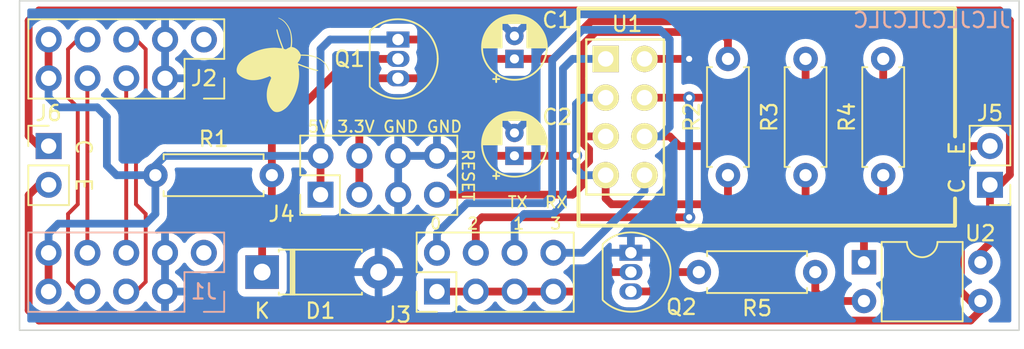
<source format=kicad_pcb>
(kicad_pcb (version 20211014) (generator pcbnew)
  (layers (0 "F.Cu" signal) (31 "B.Cu" signal) (34 "B.Paste" user) (35 "F.Paste" user) (36 "B.SilkS" user "B.Silkscreen") (37 "F.SilkS" user "F.Silkscreen") (38 "B.Mask" user) (39 "F.Mask" user) (44 "Edge.Cuts" user))
  (net 0 "")
  (net 1 "+5V")
  (net 2 "GND")
  (net 3 "+3V3")
  (net 4 "Net-(D1-Pad1)")
  (net 5 "D2+")
  (net 6 "D1+")
  (net 8 "0")
  (net 9 "PW")
  (net 10 "2")
  (net 11 "TX")
  (net 12 "RX")
  (net 13 "RST")
  (net 14 "Net-(J5-Pad1)")
  (net 15 "Net-(J5-Pad2)")
  (net 16 "Net-(Q2-Pad3)")
  (net 17 "Net-(R5-Pad1)")
  (net 19 "D2-")
  (net 20 "D1-")
  (footprint "Capacitor_THT:CP_Radial_D4.0mm_P1.50mm" (layer "F.Cu") (at 203.2 83.82 90)
    (fp_text reference "C2" (at 2.54 2.794 180) (layer "F.SilkS"))
    (fp_text value "10u")
    (pad "1" thru_hole rect (at 0 0 90) (size 1.2 1.2) (drill 0.6) (layers *.Cu *.Mask) (net 3 "+3V3"))
    (pad "2" thru_hole circle (at 1.5 0 90) (size 1.2 1.2) (drill 0.6) (layers *.Cu *.Mask) (net 2 "GND"))
  )
  (footprint "Connector_PinHeader_2.54mm:PinHeader_1x02_P2.54mm_Vertical" (layer "F.Cu") (at 234.315 85.72 180)
    (fp_text reference "J5" (at 0 4.694) (layer "F.SilkS"))
    (fp_text value "Out 1")
    (pad "1" thru_hole rect (at 0 0 180) (size 1.7 1.7) (drill 1) (layers *.Cu *.Mask) (net 14 "Net-(J5-Pad1)"))
    (pad "2" thru_hole oval (at 0 2.54 180) (size 1.7 1.7) (drill 1) (layers *.Cu *.Mask) (net 15 "Net-(J5-Pad2)"))
  )
  (footprint "Capacitor_THT:CP_Radial_D4.0mm_P1.50mm" (layer "F.Cu") (at 203.2 77.47 90)
    (fp_text reference "C1" (at 2.54 2.794 180) (layer "F.SilkS"))
    (fp_text value "10u")
    (pad "1" thru_hole rect (at 0 0 90) (size 1.2 1.2) (drill 0.6) (layers *.Cu *.Mask) (net 1 "+5V"))
    (pad "2" thru_hole circle (at 1.5 0 90) (size 1.2 1.2) (drill 0.6) (layers *.Cu *.Mask) (net 2 "GND"))
  )
  (footprint "Connector_PinHeader_2.54mm:PinHeader_1x02_P2.54mm_Vertical" (layer "F.Cu") (at 172.72 83.18)
    (fp_text reference "J6" (at 0 -2.154) (layer "F.SilkS"))
    (fp_text value "Out 2")
    (pad "1" thru_hole rect (at 0 0) (size 1.7 1.7) (drill 1) (layers *.Cu *.Mask) (net 14 "Net-(J5-Pad1)"))
    (pad "2" thru_hole oval (at 0 2.54) (size 1.7 1.7) (drill 1) (layers *.Cu *.Mask) (net 15 "Net-(J5-Pad2)"))
  )
  (footprint "Resistor_THT:R_Axial_DIN0207_L6.3mm_D2.5mm_P7.62mm_Horizontal" (layer "F.Cu") (at 222.25 85.09 90)
    (fp_text reference "R3" (at 3.81 -2.37 90) (layer "F.SilkS"))
    (fp_text value "10k")
    (pad "1" thru_hole circle (at 0 0 90) (size 1.6 1.6) (drill 0.8) (layers *.Cu *.Mask) (net 3 "+3V3"))
    (pad "2" thru_hole oval (at 7.62 0 90) (size 1.6 1.6) (drill 0.8) (layers *.Cu *.Mask) (net 10 "2"))
  )
  (footprint "Package_DIP:DIP-4_W7.62mm" (layer "F.Cu") (at 226.07 90.795)
    (fp_text reference "U2" (at 7.61 -1.895) (layer "F.SilkS"))
    (fp_text value "PS2561")
    (pad "1" thru_hole rect (at 0 0) (size 1.6 1.6) (drill 0.8) (layers *.Cu *.Mask) (net 1 "+5V"))
    (pad "2" thru_hole oval (at 0 2.54) (size 1.6 1.6) (drill 0.8) (layers *.Cu *.Mask) (net 17 "Net-(R5-Pad1)"))
    (pad "3" thru_hole oval (at 7.62 2.54) (size 1.6 1.6) (drill 0.8) (layers *.Cu *.Mask) (net 15 "Net-(J5-Pad2)"))
    (pad "4" thru_hole oval (at 7.62 0) (size 1.6 1.6) (drill 0.8) (layers *.Cu *.Mask) (net 14 "Net-(J5-Pad1)"))
  )
  (footprint "Connector_PinHeader_2.54mm:PinHeader_2x04_P2.54mm_Vertical" (layer "F.Cu") (at 198.13 92.715 90)
    (fp_text reference "J3" (at -1.519 -2.55 180) (layer "F.SilkS"))
    (fp_text value "Pin selector")
    (pad "1" thru_hole rect (at 0 0 90) (size 1.7 1.7) (drill 1) (layers *.Cu *.Mask) (net 9 "PW"))
    (pad "2" thru_hole oval (at 2.54 0 90) (size 1.7 1.7) (drill 1) (layers *.Cu *.Mask) (net 8 "0"))
    (pad "3" thru_hole oval (at 0 2.54 90) (size 1.7 1.7) (drill 1) (layers *.Cu *.Mask) (net 9 "PW"))
    (pad "4" thru_hole oval (at 2.54 2.54 90) (size 1.7 1.7) (drill 1) (layers *.Cu *.Mask) (net 10 "2"))
    (pad "5" thru_hole oval (at 0 5.08 90) (size 1.7 1.7) (drill 1) (layers *.Cu *.Mask) (net 9 "PW"))
    (pad "6" thru_hole oval (at 2.54 5.08 90) (size 1.7 1.7) (drill 1) (layers *.Cu *.Mask) (net 11 "TX"))
    (pad "7" thru_hole oval (at 0 7.62 90) (size 1.7 1.7) (drill 1) (layers *.Cu *.Mask) (net 9 "PW"))
    (pad "8" thru_hole oval (at 2.54 7.62 90) (size 1.7 1.7) (drill 1) (layers *.Cu *.Mask) (net 12 "RX"))
  )
  (footprint "Resistor_THT:R_Axial_DIN0207_L6.3mm_D2.5mm_P7.62mm_Horizontal" (layer "F.Cu") (at 179.705 85.09)
    (fp_text reference "R1" (at 3.81 -2.37) (layer "F.SilkS"))
    (fp_text value "47")
    (pad "1" thru_hole circle (at 0 0) (size 1.6 1.6) (drill 0.8) (layers *.Cu *.Mask) (net 1 "+5V"))
    (pad "2" thru_hole oval (at 7.62 0) (size 1.6 1.6) (drill 0.8) (layers *.Cu *.Mask) (net 4 "Net-(D1-Pad1)"))
  )
  (footprint "Resistor_THT:R_Axial_DIN0207_L6.3mm_D2.5mm_P7.62mm_Horizontal" (layer "F.Cu") (at 217.17 85.09 90)
    (fp_text reference "R2" (at 3.81 -2.37 90) (layer "F.SilkS"))
    (fp_text value "10k")
    (pad "1" thru_hole circle (at 0 0 90) (size 1.6 1.6) (drill 0.8) (layers *.Cu *.Mask) (net 3 "+3V3"))
    (pad "2" thru_hole oval (at 7.62 0 90) (size 1.6 1.6) (drill 0.8) (layers *.Cu *.Mask) (net 13 "RST"))
  )
  (footprint "Resistor_THT:R_Axial_DIN0207_L6.3mm_D2.5mm_P7.62mm_Horizontal" (layer "F.Cu") (at 227.33 85.09 90)
    (fp_text reference "R4" (at 3.81 -2.37 90) (layer "F.SilkS"))
    (fp_text value "10k")
    (pad "1" thru_hole circle (at 0 0 90) (size 1.6 1.6) (drill 0.8) (layers *.Cu *.Mask) (net 3 "+3V3"))
    (pad "2" thru_hole oval (at 7.62 0 90) (size 1.6 1.6) (drill 0.8) (layers *.Cu *.Mask) (net 8 "0"))
  )
  (footprint "kicad-ESP8266:ESP-01" (layer "F.Cu") (at 209.169 77.47)
    (fp_text reference "U1" (at 1.397 -2.286) (layer "F.SilkS"))
    (fp_text value "ESP-01")
    (pad "1" thru_hole rect (at 0 0) (size 1.7272 1.7272) (drill 1.016) (layers *.Cu *.Mask "F.SilkS") (net 11 "TX"))
    (pad "2" thru_hole oval (at 2.54 0) (size 1.7272 1.7272) (drill 1.016) (layers *.Cu *.Mask "F.SilkS") (net 2 "GND"))
    (pad "3" thru_hole oval (at 0 2.54) (size 1.7272 1.7272) (drill 1.016) (layers *.Cu *.Mask "F.SilkS") (net 3 "+3V3"))
    (pad "4" thru_hole oval (at 2.54 2.54) (size 1.7272 1.7272) (drill 1.016) (layers *.Cu *.Mask "F.SilkS") (net 10 "2"))
    (pad "5" thru_hole oval (at 0 5.08) (size 1.7272 1.7272) (drill 1.016) (layers *.Cu *.Mask "F.SilkS") (net 13 "RST"))
    (pad "6" thru_hole oval (at 2.54 5.08) (size 1.7272 1.7272) (drill 1.016) (layers *.Cu *.Mask "F.SilkS") (net 8 "0"))
    (pad "7" thru_hole oval (at 0 7.62) (size 1.7272 1.7272) (drill 1.016) (layers *.Cu *.Mask "F.SilkS") (net 3 "+3V3"))
    (pad "8" thru_hole oval (at 2.54 7.62) (size 1.7272 1.7272) (drill 1.016) (layers *.Cu *.Mask "F.SilkS") (net 12 "RX"))
  )
  (footprint "Diode_THT:D_DO-41_SOD81_P7.62mm_Horizontal" (layer "F.Cu") (at 186.69 91.44)
    (fp_text reference "D1" (at 3.81 2.54) (layer "F.SilkS"))
    (fp_text value "3.9V")
    (fp_text user "K" (at 0 2.54) (layer "F.SilkS"))
    (pad "1" thru_hole rect (at 0 0) (size 2.2 2.2) (drill 1.1) (layers *.Cu *.Mask) (net 4 "Net-(D1-Pad1)"))
    (pad "2" thru_hole oval (at 7.62 0) (size 2.2 2.2) (drill 1.1) (layers *.Cu *.Mask) (net 2 "GND"))
  )
  (footprint "Resistor_THT:R_Axial_DIN0207_L6.3mm_D2.5mm_P7.62mm_Horizontal" (layer "F.Cu") (at 222.885 91.44 180)
    (fp_text reference "R5" (at 3.81 -2.37) (layer "F.SilkS"))
    (fp_text value "R")
    (pad "1" thru_hole circle (at 0 0 180) (size 1.6 1.6) (drill 0.8) (layers *.Cu *.Mask) (net 17 "Net-(R5-Pad1)"))
    (pad "2" thru_hole oval (at 7.62 0 180) (size 1.6 1.6) (drill 0.8) (layers *.Cu *.Mask) (net 16 "Net-(Q2-Pad3)"))
  )
  (footprint "Connector_PinHeader_2.54mm:PinHeader_2x04_P2.54mm_Vertical" (layer "F.Cu") (at 190.51 86.365 90)
    (fp_text reference "J4" (at -1.265 -2.55 180) (layer "F.SilkS"))
    (fp_text value "Power")
    (pad "1" thru_hole rect (at 0 0 90) (size 1.7 1.7) (drill 1) (layers *.Cu *.Mask) (net 1 "+5V"))
    (pad "2" thru_hole oval (at 2.54 0 90) (size 1.7 1.7) (drill 1) (layers *.Cu *.Mask) (net 1 "+5V"))
    (pad "3" thru_hole oval (at 0 2.54 90) (size 1.7 1.7) (drill 1) (layers *.Cu *.Mask) (net 3 "+3V3"))
    (pad "4" thru_hole oval (at 2.54 2.54 90) (size 1.7 1.7) (drill 1) (layers *.Cu *.Mask) (net 3 "+3V3"))
    (pad "5" thru_hole oval (at 0 5.08 90) (size 1.7 1.7) (drill 1) (layers *.Cu *.Mask) (net 2 "GND"))
    (pad "6" thru_hole oval (at 2.54 5.08 90) (size 1.7 1.7) (drill 1) (layers *.Cu *.Mask) (net 2 "GND"))
    (pad "7" thru_hole oval (at 0 7.62 90) (size 1.7 1.7) (drill 1) (layers *.Cu *.Mask) (net 13 "RST"))
    (pad "8" thru_hole oval (at 2.54 7.62 90) (size 1.7 1.7) (drill 1) (layers *.Cu *.Mask) (net 2 "GND"))
  )
  (footprint "Package_TO_SOT_THT:TO-92_Inline" (layer "F.Cu") (at 210.82 90.17 -90)
    (fp_text reference "Q2" (at 3.556 -3.302 180) (layer "F.SilkS"))
    (fp_text value "2N7000")
    (pad "1" thru_hole rect (at 0 0 270) (size 1.05 1.5) (drill 0.75) (layers *.Cu *.Mask) (net 2 "GND"))
    (pad "2" thru_hole oval (at 1.27 0 270) (size 1.05 1.5) (drill 0.75) (layers *.Cu *.Mask) (net 9 "PW"))
    (pad "3" thru_hole oval (at 2.54 0 270) (size 1.05 1.5) (drill 0.75) (layers *.Cu *.Mask) (net 16 "Net-(Q2-Pad3)"))
  )
  (footprint "Connector_PinHeader_2.54mm:PinHeader_2x05_P2.54mm_Vertical" (layer "F.Cu") (at 182.88 76.2 -90)
    (fp_text reference "J2" (at 2.54 -0.005) (layer "F.SilkS"))
    (fp_text value "JUSB")
    (pad "2" thru_hole oval (at 0 0 270) (size 1.7 1.7) (drill 1) (layers *.Cu *.Mask))
    (pad "3" thru_hole oval (at 2.54 2.54 270) (size 1.7 1.7) (drill 1) (layers *.Cu *.Mask) (net 2 "GND"))
    (pad "4" thru_hole oval (at 0 2.54 270) (size 1.7 1.7) (drill 1) (layers *.Cu *.Mask) (net 2 "GND"))
    (pad "5" thru_hole oval (at 2.54 5.08 270) (size 1.7 1.7) (drill 1) (layers *.Cu *.Mask) (net 6 "D1+"))
    (pad "6" thru_hole oval (at 0 5.08 270) (size 1.7 1.7) (drill 1) (layers *.Cu *.Mask) (net 5 "D2+"))
    (pad "7" thru_hole oval (at 2.54 7.62 270) (size 1.7 1.7) (drill 1) (layers *.Cu *.Mask) (net 20 "D1-"))
    (pad "8" thru_hole oval (at 0 7.62 270) (size 1.7 1.7) (drill 1) (layers *.Cu *.Mask) (net 19 "D2-"))
    (pad "9" thru_hole oval (at 2.54 10.16 270) (size 1.7 1.7) (drill 1) (layers *.Cu *.Mask) (net 1 "+5V"))
    (pad "10" thru_hole oval (at 0 10.16 270) (size 1.7 1.7) (drill 1) (layers *.Cu *.Mask) (net 1 "+5V"))
  )
  (footprint "Package_TO_SOT_THT:TO-92_Inline" (layer "F.Cu") (at 195.58 76.2 -90)
    (fp_text reference "Q1" (at 1.27 3.175 180) (layer "F.SilkS"))
    (fp_text value "BC337")
    (pad "1" thru_hole rect (at 0 0 270) (size 1.05 1.5) (drill 0.75) (layers *.Cu *.Mask) (net 1 "+5V"))
    (pad "2" thru_hole oval (at 1.27 0 270) (size 1.05 1.5) (drill 0.75) (layers *.Cu *.Mask) (net 4 "Net-(D1-Pad1)"))
    (pad "3" thru_hole oval (at 2.54 0 270) (size 1.05 1.5) (drill 0.75) (layers *.Cu *.Mask) (net 3 "+3V3"))
  )
  (footprint "Connector_PinHeader_2.54mm:PinHeader_2x05_P2.54mm_Vertical" (layer "B.Cu") (at 182.875 92.715 90)
    (fp_text reference "J1" (at 0 0.005) (layer "B.SilkS") (effects (justify mirror)))
    (fp_text value "JUSB")
    (pad "2" thru_hole oval (at 2.54 0 90) (size 1.7 1.7) (drill 1) (layers *.Cu *.Mask))
    (pad "3" thru_hole oval (at 0 -2.54 90) (size 1.7 1.7) (drill 1) (layers *.Cu *.Mask) (net 2 "GND"))
    (pad "4" thru_hole oval (at 2.54 -2.54 90) (size 1.7 1.7) (drill 1) (layers *.Cu *.Mask) (net 2 "GND"))
    (pad "5" thru_hole oval (at 0 -5.08 90) (size 1.7 1.7) (drill 1) (layers *.Cu *.Mask) (net 5 "D2+"))
    (pad "6" thru_hole oval (at 2.54 -5.08 90) (size 1.7 1.7) (drill 1) (layers *.Cu *.Mask) (net 6 "D1+"))
    (pad "7" thru_hole oval (at 0 -7.62 90) (size 1.7 1.7) (drill 1) (layers *.Cu *.Mask) (net 19 "D2-"))
    (pad "8" thru_hole oval (at 2.54 -7.62 90) (size 1.7 1.7) (drill 1) (layers *.Cu *.Mask) (net 20 "D1-"))
    (pad "9" thru_hole oval (at 0 -10.16 90) (size 1.7 1.7) (drill 1) (layers *.Cu *.Mask) (net 1 "+5V"))
    (pad "10" thru_hole oval (at 2.54 -10.16 90) (size 1.7 1.7) (drill 1) (layers *.Cu *.Mask) (net 1 "+5V"))
  )
  (gr_poly (pts (xy 187.741949 74.787037) (xy 187.742919 74.789483) (xy 187.743418 74.790624) (xy 187.743952 74.791725) (xy 187.744544 74.792798) (xy 187.745212 74.793855) (xy 187.745978 74.794907) (xy 187.746861 74.795966) (xy 187.747882 74.797044) (xy 187.749062 74.798152) (xy 187.75042 74.799302) (xy 187.751977 74.800506) (xy 187.753753 74.801774) (xy 187.75577 74.803119) (xy 187.758046 74.804553) (xy 187.760603 74.806087) (xy 187.76346 74.807732) (xy 187.766639 74.8095) (xy 187.770159 74.811404) (xy 187.774041 74.813454) (xy 187.778305 74.815662) (xy 187.782971 74.818039) (xy 187.793593 74.823351) (xy 187.806069 74.82948) (xy 187.820562 74.836522) (xy 187.856249 74.853712) (xy 187.884601 74.868193) (xy 187.912688 74.883835) (xy 187.96798 74.918483) (xy 188.021949 74.957419) (xy 188.074415 75.000407) (xy 188.125201 75.047208) (xy 188.174128 75.097585) (xy 188.221018 75.151302) (xy 188.265692 75.208121) (xy 188.307973 75.267805) (xy 188.347682 75.330117) (xy 188.384641 75.394819) (xy 188.418671 75.461675) (xy 188.449594 75.530446) (xy 188.477233 75.600897) (xy 188.501408 75.672789) (xy 188.521941 75.745886) (xy 188.531265 75.78523) (xy 188.53978 75.827271) (xy 188.54747 75.87173) (xy 188.55432 75.918329) (xy 188.565436 76.016828) (xy 188.573006 76.120537) (xy 188.576904 76.227222) (xy 188.577008 76.334651) (xy 188.573192 76.440592) (xy 188.569776 76.492306) (xy 188.565333 76.542812) (xy 188.56063 76.588566) (xy 188.558168 76.607657) (xy 188.555494 76.624485) (xy 188.552503 76.639249) (xy 188.549092 76.652145) (xy 188.545157 76.663369) (xy 188.540594 76.673119) (xy 188.538045 76.677503) (xy 188.5353 76.681592) (xy 188.532346 76.68541) (xy 188.52917 76.688984) (xy 188.525759 76.692336) (xy 188.5221 76.695492) (xy 188.513987 76.701314) (xy 188.504727 76.706645) (xy 188.494216 76.711684) (xy 188.482349 76.716627) (xy 188.469024 76.72167) (xy 188.45503 76.727278) (xy 188.438829 76.734386) (xy 188.42099 76.74271) (xy 188.402085 76.751965) (xy 188.382683 76.761864) (xy 188.363356 76.772123) (xy 188.344674 76.782456) (xy 188.327208 76.792578) (xy 188.246774 76.840203) (xy 188.177983 76.827503) (xy 188.164032 76.825218) (xy 188.152099 76.823506) (xy 188.141822 76.82175) (xy 188.137191 76.820663) (xy 188.132838 76.819334) (xy 188.128718 76.817686) (xy 188.124784 76.815641) (xy 188.120993 76.813122) (xy 188.117298 76.810053) (xy 188.113654 76.806356) (xy 188.110016 76.801954) (xy 188.106339 76.79677) (xy 188.102577 76.790726) (xy 188.098684 76.783746) (xy 188.094616 76.775753) (xy 188.090327 76.766669) (xy 188.085771 76.756417) (xy 188.080904 76.744921) (xy 188.07568 76.732102) (xy 188.06398 76.70219) (xy 188.050308 76.666065) (xy 188.034302 76.623109) (xy 187.993833 76.514237) (xy 187.95036 76.397774) (xy 187.910373 76.287191) (xy 187.873784 76.182313) (xy 187.840507 76.082966) (xy 187.810454 75.988977) (xy 187.783539 75.900172) (xy 187.759674 75.816377) (xy 187.738774 75.73742) (xy 187.722066 75.670509) (xy 187.708695 75.61925) (xy 187.697828 75.581634) (xy 187.693075 75.567314) (xy 187.688636 75.555651) (xy 187.684408 75.546394) (xy 187.680287 75.539293) (xy 187.676169 75.534094) (xy 187.671951 75.530549) (xy 187.667527 75.528405) (xy 187.662796 75.527411) (xy 187.657652 75.527317) (xy 187.651991 75.52787) (xy 187.648069 75.528655) (xy 187.644441 75.529833) (xy 187.641108 75.531424) (xy 187.638074 75.533451) (xy 187.635339 75.535933) (xy 187.632906 75.538893) (xy 187.630778 75.542349) (xy 187.628956 75.546325) (xy 187.627442 75.550839) (xy 187.626239 75.555915) (xy 187.625349 75.561571) (xy 187.624774 75.56783) (xy 187.624516 75.574712) (xy 187.624577 75.582239) (xy 187.624959 75.59043) (xy 187.625665 75.599307) (xy 187.626696 75.608892) (xy 187.628055 75.619204) (xy 187.629744 75.630265) (xy 187.631765 75.642095) (xy 187.63412 75.654717) (xy 187.636811 75.66815) (xy 187.64321 75.697534) (xy 187.65098 75.730416) (xy 187.660137 75.766962) (xy 187.670699 75.807341) (xy 187.682683 75.85172) (xy 187.706586 75.937908) (xy 187.730639 76.020127) (xy 187.755981 76.101751) (xy 187.783754 76.186153) (xy 187.815099 76.276707) (xy 187.851156 76.376786) (xy 187.893068 76.489763) (xy 187.941974 76.619012) (xy 187.953008 76.648176) (xy 187.962976 76.675715) (xy 187.971703 76.700997) (xy 187.979016 76.72339) (xy 187.984742 76.74226) (xy 187.988706 76.756975) (xy 187.990736 76.766903) (xy 187.990971 76.769874) (xy 187.990658 76.771411) (xy 187.990055 76.771684) (xy 187.989047 76.771908) (xy 187.985858 76.772212) (xy 187.981175 76.772325) (xy 187.975081 76.772255) (xy 187.958995 76.771579) (xy 187.93827 76.770221) (xy 187.913577 76.768218) (xy 187.885585 76.765607) (xy 187.854964 76.762426) (xy 187.822383 76.758712) (xy 187.725889 76.748848) (xy 187.628582 76.742264) (xy 187.530589 76.738938) (xy 187.43204 76.738851) (xy 187.333062 76.741983) (xy 187.233786 76.748312) (xy 187.134339 76.75782) (xy 187.03485 76.770486) (xy 186.935448 76.786289) (xy 186.836262 76.80521) (xy 186.73742 76.827229) (xy 186.63905 76.852324) (xy 186.541282 76.880477) (xy 186.444245 76.911668) (xy 186.348066 76.945875) (xy 186.252874 76.983078) (xy 186.126505 77.037206) (xy 186.006595 77.093195) (xy 185.893206 77.150994) (xy 185.786397 77.210554) (xy 185.686231 77.271826) (xy 185.592766 77.334759) (xy 185.506063 77.399305) (xy 185.426184 77.465414) (xy 185.353187 77.533035) (xy 185.287135 77.602121) (xy 185.228087 77.67262) (xy 185.176103 77.744483) (xy 185.131244 77.817661) (xy 185.093571 77.892104) (xy 185.063145 77.967762) (xy 185.040024 78.044587) (xy 185.034517 78.068075) (xy 185.0299 78.091651) (xy 185.026169 78.115231) (xy 185.023323 78.138729) (xy 185.021356 78.162059) (xy 185.020267 78.185136) (xy 185.020053 78.207876) (xy 185.02071 78.230192) (xy 185.022235 78.252) (xy 185.024625 78.273214) (xy 185.027877 78.293748) (xy 185.031988 78.313519) (xy 185.036954 78.33244) (xy 185.042774 78.350426) (xy 185.049442 78.367393) (xy 185.056958 78.383253) (xy 185.066909 78.401431) (xy 185.078278 78.419631) (xy 185.091019 78.437828) (xy 185.105085 78.455995) (xy 185.120431 78.474106) (xy 185.137011 78.492133) (xy 185.154779 78.51005) (xy 185.173689 78.527832) (xy 185.21475 78.562879) (xy 185.259829 78.597063) (xy 185.308557 78.630172) (xy 185.360567 78.661992) (xy 185.415492 78.692311) (xy 185.472963 78.720917) (xy 185.532615 78.747598) (xy 185.594078 78.772141) (xy 185.656987 78.794334) (xy 185.720973 78.813964) (xy 185.785669 78.830819) (xy 185.850708 78.844687) (xy 185.891039 78.851523) (xy 185.933694 78.856963) (xy 185.978442 78.861023) (xy 186.025052 78.86372) (xy 186.073292 78.865072) (xy 186.122933 78.865095) (xy 186.173742 78.863806) (xy 186.22549 78.861223) (xy 186.277944 78.857363) (xy 186.330875 78.852242) (xy 186.38405 78.845878) (xy 186.437239 78.838287) (xy 186.490212 78.829487) (xy 186.542736 78.819496) (xy 186.594581 78.808328) (xy 186.645516 78.796003) (xy 186.69945 78.780916) (xy 186.763256 78.761227) (xy 186.832816 78.738388) (xy 186.904014 78.71385) (xy 186.972731 78.689064) (xy 187.034851 78.665481) (xy 187.086254 78.644552) (xy 187.122825 78.627729) (xy 187.134726 78.622005) (xy 187.145508 78.61716) (xy 187.155292 78.613229) (xy 187.159848 78.611618) (xy 187.164199 78.610249) (xy 187.168361 78.609127) (xy 187.172349 78.608255) (xy 187.176178 78.607639) (xy 187.179863 78.607283) (xy 187.183419 78.607191) (xy 187.186862 78.607368) (xy 187.190207 78.607818) (xy 187.193468 78.608546) (xy 187.196661 78.609556) (xy 187.199801 78.610853) (xy 187.202903 78.61244) (xy 187.205982 78.614323) (xy 187.209053 78.616507) (xy 187.212132 78.618994) (xy 187.215233 78.621791) (xy 187.218372 78.6249) (xy 187.221563 78.628328) (xy 187.224823 78.632078) (xy 187.231605 78.640562) (xy 187.23884 78.65039) (xy 187.246649 78.661595) (xy 187.285808 78.718745) (xy 187.207491 78.902895) (xy 187.177359 78.975) (xy 187.14964 79.045007) (xy 187.124294 79.113126) (xy 187.101277 79.179566) (xy 187.080549 79.244537) (xy 187.062067 79.308247) (xy 187.04579 79.370906) (xy 187.031675 79.432723) (xy 187.019682 79.493908) (xy 187.009767 79.554669) (xy 187.001889 79.615217) (xy 186.996006 79.675759) (xy 186.992077 79.736507) (xy 186.990059 79.797668) (xy 186.989911 79.859453) (xy 186.991591 79.92207) (xy 186.993779 79.966204) (xy 186.99679 80.008988) (xy 187.000653 80.050534) (xy 187.005399 80.090957) (xy 187.011056 80.130369) (xy 187.017655 80.168883) (xy 187.025223 80.206613) (xy 187.033792 80.243671) (xy 187.04339 80.280171) (xy 187.054047 80.316227) (xy 187.065792 80.35195) (xy 187.078655 80.387455) (xy 187.092666 80.422855) (xy 187.107853 80.458262) (xy 187.124246 80.493791) (xy 187.141874 80.529553) (xy 187.154904 80.554136) (xy 187.168918 80.578974) (xy 187.183809 80.603928) (xy 187.199471 80.628855) (xy 187.215796 80.653614) (xy 187.232678 80.678065) (xy 187.25001 80.702066) (xy 187.267684 80.725477) (xy 187.285594 80.748156) (xy 187.303632 80.769962) (xy 187.321692 80.790755) (xy 187.339667 80.810392) (xy 187.35745 80.828733) (xy 187.374933 80.845638) (xy 187.39201 80.860964) (xy 187.408574 80.87457) (xy 187.420539 80.88363) (xy 187.432814 80.892157) (xy 187.445395 80.90015) (xy 187.458277 80.90761) (xy 187.484921 80.92093) (xy 187.512705 80.932117) (xy 187.541586 80.941171) (xy 187.571523 80.948091) (xy 187.602473 80.952878) (xy 187.634396 80.955533) (xy 187.667249 80.956053) (xy 187.700991 80.954441) (xy 187.735578 80.950695) (xy 187.770971 80.944817) (xy 187.807126 80.936805) (xy 187.844002 80.92666) (xy 187.881557 80.914381) (xy 187.919749 80.89997) (xy 187.939242 80.891518) (xy 187.959904 80.881714) (xy 187.981564 80.870669) (xy 188.004052 80.858497) (xy 188.027198 80.845307) (xy 188.05083 80.831211) (xy 188.098872 80.800751) (xy 188.146816 80.768009) (xy 188.193296 80.733878) (xy 188.21556 80.71657) (xy 188.236948 80.69925) (xy 188.257287 80.68203) (xy 188.276408 80.66502) (xy 188.304901 80.637738) (xy 188.333947 80.607992) (xy 188.363426 80.575949) (xy 188.393221 80.541774) (xy 188.423215 80.505633) (xy 188.45329 80.467693) (xy 188.483328 80.428118) (xy 188.51321 80.387075) (xy 188.542819 80.34473) (xy 188.572038 80.301249) (xy 188.600749 80.256797) (xy 188.628833 80.211541) (xy 188.656173 80.165646) (xy 188.682651 80.119278) (xy 188.708149 80.072603) (xy 188.732549 80.025787) (xy 188.79184 79.904066) (xy 188.84626 79.781132) (xy 188.895779 79.657184) (xy 188.940363 79.532422) (xy 188.97998 79.407046) (xy 189.014597 79.281256) (xy 189.044182 79.155252) (xy 189.068703 79.029234) (xy 189.088125 78.903402) (xy 189.102418 78.777956) (xy 189.111549 78.653096) (xy 189.115484 78.529022) (xy 189.114192 78.405934) (xy 189.10764 78.284032) (xy 189.095795 78.163517) (xy 189.078624 78.044587) (xy 189.07117 77.999025) (xy 189.065428 77.961871) (xy 189.061323 77.932407) (xy 189.058781 77.909914) (xy 189.057726 77.893671) (xy 189.057734 77.887669) (xy 189.058086 77.882959) (xy 189.058773 77.879453) (xy 189.059785 77.87706) (xy 189.061114 77.87569) (xy 189.062749 77.875253) (xy 189.066393 77.875843) (xy 189.072895 77.877585) (xy 189.094103 77.884382) (xy 189.125629 77.895345) (xy 189.166731 77.910178) (xy 189.274681 77.950263) (xy 189.411999 78.002253) (xy 189.543446 78.051156) (xy 189.676963 78.097801) (xy 189.808273 78.140924) (xy 189.933096 78.17926) (xy 190.047155 78.211543) (xy 190.146169 78.236509) (xy 190.22586 78.252892) (xy 190.257122 78.25747) (xy 190.281949 78.259428) (xy 190.299418 78.259916) (xy 190.307029 78.259921) (xy 190.313947 78.259759) (xy 190.320214 78.259423) (xy 190.325872 78.258907) (xy 190.330963 78.258206) (xy 190.335528 78.257312) (xy 190.339609 78.256219) (xy 190.343248 78.254922) (xy 190.346487 78.253414) (xy 190.349369 78.251689) (xy 190.351934 78.249741) (xy 190.354224 78.247563) (xy 190.356282 78.24515) (xy 190.35815 78.242495) (xy 190.359704 78.239762) (xy 190.360981 78.237115) (xy 190.361967 78.234546) (xy 190.362646 78.232048) (xy 190.363001 78.229614) (xy 190.363017 78.227235) (xy 190.362893 78.226065) (xy 190.362678 78.224906) (xy 190.362371 78.223757) (xy 190.36197 78.222618) (xy 190.361472 78.221487) (xy 190.360875 78.220364) (xy 190.360178 78.219248) (xy 190.359378 78.218137) (xy 190.357464 78.21593) (xy 190.355117 78.213734) (xy 190.352322 78.211543) (xy 190.349061 78.209349) (xy 190.345321 78.207145) (xy 190.341084 78.204924) (xy 190.336336 78.202678) (xy 190.331061 78.2004) (xy 190.325242 78.198082) (xy 190.318865 78.195718) (xy 190.311914 78.193299) (xy 190.304372 78.190818) (xy 190.296225 78.188269) (xy 190.287456 78.185643) (xy 190.27805 78.182933) (xy 190.267991 78.180132) (xy 190.245852 78.174228) (xy 190.220914 78.167872) (xy 190.193049 78.161003) (xy 190.087737 78.133474) (xy 189.974834 78.101108) (xy 189.855284 78.064228) (xy 189.730029 78.023155) (xy 189.600011 77.978213) (xy 189.466173 77.929724) (xy 189.329458 77.878011) (xy 189.190808 77.823395) (xy 189.155604 77.809217) (xy 189.122694 77.795498) (xy 189.092786 77.782598) (xy 189.066586 77.770875) (xy 189.044801 77.760691) (xy 189.028139 77.752404) (xy 189.017305 77.746374) (xy 189.014295 77.744319) (xy 189.013008 77.742962) (xy 189.012874 77.742296) (xy 189.012868 77.741492) (xy 189.012986 77.740553) (xy 189.013227 77.739485) (xy 189.014064 77.736976) (xy 189.015356 77.733999) (xy 189.017083 77.730588) (xy 189.019221 77.726777) (xy 189.021751 77.7226) (xy 189.024649 77.718091) (xy 189.027895 77.713284) (xy 189.031467 77.708214) (xy 189.035342 77.702915) (xy 189.039499 77.69742) (xy 189.043917 77.691764) (xy 189.048574 77.685981) (xy 189.053447 77.680105) (xy 189.058516 77.67417) (xy 189.071972 77.65717) (xy 189.085299 77.638832) (xy 189.098418 77.619327) (xy 189.111251 77.59883) (xy 189.123717 77.577514) (xy 189.135739 77.555554) (xy 189.147237 77.533122) (xy 189.158132 77.510393) (xy 189.168344 77.487539) (xy 189.177795 77.464736) (xy 189.186407 77.442155) (xy 189.194098 77.419971) (xy 189.200792 77.398358) (xy 189.206408 77.377489) (xy 189.210867 77.357538) (xy 189.214091 77.338678) (xy 189.225733 77.258245) (xy 189.443749 77.264595) (xy 189.581246 77.270802) (xy 189.707506 77.280916) (xy 189.766941 77.287543) (xy 189.824191 77.295272) (xy 189.879463 77.304145) (xy 189.932964 77.314204) (xy 189.984902 77.325491) (xy 190.035486 77.338048) (xy 190.084922 77.351916) (xy 190.133419 77.367138) (xy 190.181184 77.383754) (xy 190.228425 77.401808) (xy 190.27535 77.421341) (xy 190.322166 77.442395) (xy 190.379304 77.470759) (xy 190.435127 77.501773) (xy 190.489486 77.535287) (xy 190.542233 77.571148) (xy 190.593219 77.609204) (xy 190.642296 77.649303) (xy 190.689313 77.691294) (xy 190.734122 77.735024) (xy 190.776576 77.780342) (xy 190.816524 77.827095) (xy 190.853817 77.875132) (xy 190.888308 77.924301) (xy 190.919848 77.974449) (xy 190.948286 78.025425) (xy 190.973475 78.077077) (xy 190.995267 78.129253) (xy 191.003314 78.149663) (xy 191.011423 78.169305) (xy 191.019358 78.187706) (xy 191.026884 78.204395) (xy 191.033765 78.218902) (xy 191.039766 78.230754) (xy 191.04465 78.239481) (xy 191.0466 78.242526) (xy 191.048183 78.244612) (xy 191.050778 78.247252) (xy 191.053206 78.249424) (xy 191.055465 78.251136) (xy 191.057557 78.252398) (xy 191.05948 78.253219) (xy 191.061236 78.253609) (xy 191.06205 78.253644) (xy 191.062822 78.253575) (xy 191.063552 78.253403) (xy 191.06424 78.253128) (xy 191.064885 78.252752) (xy 191.065488 78.252276) (xy 191.066568 78.251028) (xy 191.067478 78.249395) (xy 191.068219 78.247383) (xy 191.06879 78.245004) (xy 191.06919 78.242266) (xy 191.069421 78.239177) (xy 191.069482 78.235748) (xy 191.069372 78.231987) (xy 191.069091 78.227903) (xy 191.068639 78.223506) (xy 191.068016 78.218804) (xy 191.067222 78.213807) (xy 191.066256 78.208524) (xy 191.065119 78.202964) (xy 191.06381 78.197135) (xy 191.062328 78.191048) (xy 191.060675 78.184711) (xy 191.058849 78.178133) (xy 191.05685 78.171324) (xy 191.052334 78.157047) (xy 191.047124 78.141953) (xy 191.019401 78.070461) (xy 190.987116 78.000922) (xy 190.950393 77.933454) (xy 190.909359 77.868176) (xy 190.864139 77.805204) (xy 190.81486 77.744657) (xy 190.761645 77.686652) (xy 190.704621 77.631307) (xy 190.643914 77.578741) (xy 190.579649 77.529071) (xy 190.511952 77.482414) (xy 190.440947 77.438889) (xy 190.366762 77.398614) (xy 190.289521 77.361705) (xy 190.20935 77.328282) (xy 190.126374 77.298462) (xy 190.082872 77.284493) (xy 190.0392 77.271548) (xy 189.995241 77.259608) (xy 189.950873 77.248654) (xy 189.905978 77.238667) (xy 189.860437 77.229629) (xy 189.81413 77.221521) (xy 189.766938 77.214324) (xy 189.718741 77.208021) (xy 189.66942 77.202592) (xy 189.618856 77.198018) (xy 189.566929 77.194282) (xy 189.45851 77.189247) (xy 189.343208 77.187337) (xy 189.216208 77.187337) (xy 189.177049 77.104787) (xy 189.159006 77.069203) (xy 189.13872 77.034379) (xy 189.116353 77.000453) (xy 189.092069 76.967567) (xy 189.066029 76.935859) (xy 189.038397 76.905469) (xy 189.009336 76.876535) (xy 188.979009 76.849199) (xy 188.947577 76.823599) (xy 188.915205 76.799875) (xy 188.882054 76.778166) (xy 188.848288 76.758612) (xy 188.814069 76.741353) (xy 188.779561 76.726528) (xy 188.744925 76.714276) (xy 188.710325 76.704737) (xy 188.626716 76.685687) (xy 188.633066 76.646528) (xy 188.641728 76.584576) (xy 188.64829 76.520398) (xy 188.652783 76.454352) (xy 188.655241 76.38679) (xy 188.655696 76.318069) (xy 188.654181 76.248543) (xy 188.650728 76.178568) (xy 188.645369 76.108498) (xy 188.638138 76.038689) (xy 188.629066 75.969495) (xy 188.618187 75.901271) (xy 188.605533 75.834373) (xy 188.591136 75.769156) (xy 188.575029 75.705974) (xy 188.557245 75.645182) (xy 188.537816 75.587137) (xy 188.51805 75.536041) (xy 188.495776 75.484906) (xy 188.471164 75.433967) (xy 188.444385 75.383457) (xy 188.415609 75.333611) (xy 188.385007 75.284662) (xy 188.352749 75.236845) (xy 188.319006 75.190394) (xy 188.283948 75.145543) (xy 188.247746 75.102525) (xy 188.21057 75.061576) (xy 188.172592 75.022929) (xy 188.133981 74.986818) (xy 188.094908 74.953478) (xy 188.055543 74.923142) (xy 188.016058 74.896045) (xy 187.99069 74.880089) (xy 187.965169 74.864839) (xy 187.939762 74.850404) (xy 187.914739 74.836894) (xy 187.890366 74.82442) (xy 187.866913 74.813092) (xy 187.844648 74.803019) (xy 187.823838 74.794313) (xy 187.804752 74.787082) (xy 187.787658 74.781437) (xy 187.772825 74.777488) (xy 187.76052 74.775345) (xy 187.751012 74.775119) (xy 187.74739 74.775759) (xy 187.744568 74.776919) (xy 187.74258 74.778613) (xy 187.741458 74.780854) (xy 187.741237 74.783658) (xy 187.741949 74.787037)) (layer "F.SilkS") (width 0.001058) (fill solid))
  (gr_rect (start 236.22 73.66) (end 170.815 95.25) (layer "Edge.Cuts") (width 0.1) (fill none))
  (gr_text "JLCJLCJLCJLC" (at 230.505 74.93) (layer "B.SilkS") (effects (font (size 1 1)) (justify mirror)))
  (gr_text "TX  RX" (at 202.692 86.868) (layer "F.SilkS") (effects (font (size 0.75 0.75) (thickness 0.12)) (justify left)))
  (gr_text "0   2    1   3" (at 197.612 88.265) (layer "F.SilkS") (effects (font (size 0.75 0.75) (thickness 0.12)) (justify left)))
  (gr_text "5V 3.3V GND GND" (at 189.611 81.915) (layer "F.SilkS") (effects (font (size 0.75 0.75) (thickness 0.12)) (justify left)))
  (gr_text "RESET" (at 200.152 83.312 270) (layer "F.SilkS") (effects (font (size 0.75 0.75) (thickness 0.12)) (justify left)))
  (gr_text "C  E" (at 232.156 84.582 90) (layer "F.SilkS") (effects (font (size 1 1))))
  (gr_text "C  E" (at 175.006 84.45 270) (layer "F.SilkS") (effects (font (size 1 1))))
  (segment (start 205.74 77.47) (end 203.2 77.47) (width 0.508) (layer "F.Cu") (net 1))
  (segment (start 203.2 77.47) (end 200.025 77.47) (width 0.508) (layer "F.Cu") (net 1))
  (segment (start 226.695 88.265) (end 229.235 88.265) (width 0.508) (layer "F.Cu") (net 1))
  (segment (start 172.715 76.2) (end 172.715 78.74) (width 0.508) (layer "F.Cu") (net 1))
  (segment (start 226.06 88.9) (end 226.695 88.265) (width 0.508) (layer "F.Cu") (net 1))
  (segment (start 200.025 77.47) (end 198.755 76.2) (width 0.508) (layer "F.Cu") (net 1))
  (segment (start 198.755 76.2) (end 195.58 76.2) (width 0.508) (layer "F.Cu") (net 1))
  (segment (start 226.07 88.91) (end 226.06 88.9) (width 0.508) (layer "F.Cu") (net 1))
  (segment (start 208.20748 75.00252) (end 205.74 77.47) (width 0.508) (layer "F.Cu") (net 1))
  (segment (start 190.51 86.365) (end 190.51 83.825) (width 0.508) (layer "F.Cu") (net 1))
  (segment (start 229.87 87.63) (end 229.87 75.565) (width 0.508) (layer "F.Cu") (net 1))
  (segment (start 172.715 92.715) (end 172.715 90.175) (width 0.508) (layer "F.Cu") (net 1))
  (segment (start 229.87 75.565) (end 229.30752 75.00252) (width 0.508) (layer "F.Cu") (net 1))
  (segment (start 229.30752 75.00252) (end 208.20748 75.00252) (width 0.508) (layer "F.Cu") (net 1))
  (segment (start 229.235 88.265) (end 229.87 87.63) (width 0.508) (layer "F.Cu") (net 1))
  (segment (start 226.07 90.795) (end 226.07 88.91) (width 0.508) (layer "F.Cu") (net 1))
  (segment (start 179.705 87.63) (end 179.07 88.265) (width 0.508) (layer "B.Cu") (net 1))
  (segment (start 175.895 80.645) (end 173.355 80.645) (width 0.508) (layer "B.Cu") (net 1))
  (segment (start 173.355 88.265) (end 172.715 88.905) (width 0.508) (layer "B.Cu") (net 1))
  (segment (start 190.51 83.825) (end 190.51 76.825) (width 0.508) (layer "B.Cu") (net 1))
  (segment (start 176.53 84.455) (end 176.53 81.28) (width 0.508) (layer "B.Cu") (net 1))
  (segment (start 172.715 80.005) (end 172.715 78.74) (width 0.508) (layer "B.Cu") (net 1))
  (segment (start 190.51 76.825) (end 191.135 76.2) (width 0.508) (layer "B.Cu") (net 1))
  (segment (start 191.135 76.2) (end 195.58 76.2) (width 0.508) (layer "B.Cu") (net 1))
  (segment (start 176.53 81.28) (end 175.895 80.645) (width 0.508) (layer "B.Cu") (net 1))
  (segment (start 172.715 88.905) (end 172.715 90.175) (width 0.508) (layer "B.Cu") (net 1))
  (segment (start 180.34 83.82) (end 180.345 83.825) (width 0.508) (layer "B.Cu") (net 1))
  (segment (start 177.165 85.09) (end 176.53 84.455) (width 0.508) (layer "B.Cu") (net 1))
  (segment (start 179.705 85.09) (end 179.705 84.455) (width 0.508) (layer "B.Cu") (net 1))
  (segment (start 179.705 85.09) (end 179.705 87.63) (width 0.508) (layer "B.Cu") (net 1))
  (segment (start 173.355 80.645) (end 172.715 80.005) (width 0.508) (layer "B.Cu") (net 1))
  (segment (start 179.705 85.09) (end 177.165 85.09) (width 0.508) (layer "B.Cu") (net 1))
  (segment (start 179.705 84.455) (end 180.34 83.82) (width 0.508) (layer "B.Cu") (net 1))
  (segment (start 179.07 88.265) (end 173.355 88.265) (width 0.508) (layer "B.Cu") (net 1))
  (segment (start 180.345 83.825) (end 190.51 83.825) (width 0.508) (layer "B.Cu") (net 1))
  (segment (start 211.709 77.47) (end 214.63 77.47) (width 0.508) (layer "F.Cu") (net 2))
  (via (at 214.63 77.47) (size 0.8) (drill 0.4) (layers "F.Cu" "B.Cu") (net 2))
  (segment (start 193.675 78.74) (end 195.58 78.74) (width 0.508) (layer "F.Cu") (net 3))
  (segment (start 203.2 83.82) (end 207.205985 83.82) (width 0.508) (layer "F.Cu") (net 3))
  (segment (start 207.205985 83.82) (end 207.228511 83.797474) (width 0.508) (layer "F.Cu") (net 3))
  (segment (start 227.33 86.36) (end 227.33 85.09) (width 0.508) (layer "F.Cu") (net 3))
  (segment (start 222.25 85.09) (end 222.25 86.995) (width 0.508) (layer "F.Cu") (net 3))
  (segment (start 200.025 83.185) (end 200.025 79.375) (width 0.508) (layer "F.Cu") (net 3))
  (segment (start 217.17 86.995) (end 222.25 86.995) (width 0.508) (layer "F.Cu") (net 3))
  (segment (start 193.675 78.74) (end 193.05 79.365) (width 0.508) (layer "F.Cu") (net 3))
  (segment (start 209.169 86.614) (end 209.55 86.995) (width 0.508) (layer "F.Cu") (net 3))
  (segment (start 193.05 79.365) (end 193.05 83.825) (width 0.508) (layer "F.Cu") (net 3))
  (segment (start 209.55 86.995) (end 217.17 86.995) (width 0.508) (layer "F.Cu") (net 3))
  (segment (start 203.2 83.82) (end 200.66 83.82) (width 0.508) (layer "F.Cu") (net 3))
  (segment (start 199.39 78.74) (end 195.58 78.74) (width 0.508) (layer "F.Cu") (net 3))
  (segment (start 222.25 86.995) (end 226.695 86.995) (width 0.508) (layer "F.Cu") (net 3))
  (segment (start 209.169 85.09) (end 209.169 86.614) (width 0.508) (layer "F.Cu") (net 3))
  (segment (start 193.05 86.365) (end 193.05 83.825) (width 0.508) (layer "F.Cu") (net 3))
  (segment (start 217.17 85.09) (end 217.17 86.995) (width 0.508) (layer "F.Cu") (net 3))
  (segment (start 200.025 79.375) (end 199.39 78.74) (width 0.508) (layer "F.Cu") (net 3))
  (segment (start 200.66 83.82) (end 200.025 83.185) (width 0.508) (layer "F.Cu") (net 3))
  (segment (start 226.695 86.995) (end 227.33 86.36) (width 0.508) (layer "F.Cu") (net 3))
  (via (at 207.228511 83.797474) (size 0.8) (drill 0.4) (layers "F.Cu" "B.Cu") (net 3))
  (segment (start 207.2285 84.6735) (end 207.645 85.09) (width 0.508) (layer "B.Cu") (net 3))
  (segment (start 207.228511 83.797474) (end 207.2285 83.797485) (width 0.508) (layer "B.Cu") (net 3))
  (segment (start 207.2285 83.797485) (end 207.2285 84.6735) (width 0.508) (layer "B.Cu") (net 3))
  (segment (start 207.2285 80.4265) (end 207.645 80.01) (width 0.508) (layer "B.Cu") (net 3))
  (segment (start 207.228511 80.426511) (end 207.2285 80.4265) (width 0.508) (layer "B.Cu") (net 3))
  (segment (start 207.228511 83.797474) (end 207.228511 80.426511) (width 0.508) (layer "B.Cu") (net 3))
  (segment (start 207.645 85.09) (end 209.169 85.09) (width 0.508) (layer "B.Cu") (net 3))
  (segment (start 207.645 80.01) (end 209.169 80.01) (width 0.508) (layer "B.Cu") (net 3))
  (segment (start 186.69 91.44) (end 186.69 88.265) (width 0.508) (layer "F.Cu") (net 4))
  (segment (start 187.325 85.09) (end 187.325 82.55) (width 0.508) (layer "F.Cu") (net 4))
  (segment (start 187.325 87.63) (end 187.325 85.09) (width 0.508) (layer "F.Cu") (net 4))
  (segment (start 187.325 82.55) (end 192.405 77.47) (width 0.508) (layer "F.Cu") (net 4))
  (segment (start 192.405 77.47) (end 195.58 77.47) (width 0.508) (layer "F.Cu") (net 4))
  (segment (start 186.69 88.265) (end 187.325 87.63) (width 0.508) (layer "F.Cu") (net 4))
  (segment (start 179.07 80.01) (end 179.07 76.835) (width 0.254) (layer "F.Cu") (net 5))
  (segment (start 179.07 76.835) (end 178.435 76.2) (width 0.254) (layer "F.Cu") (net 5))
  (segment (start 178.435 76.2) (end 177.795 76.2) (width 0.254) (layer "F.Cu") (net 5))
  (segment (start 178.435 86.995) (end 178.435 80.645) (width 0.254) (layer "F.Cu") (net 5))
  (segment (start 178.435 80.645) (end 179.07 80.01) (width 0.254) (layer "F.Cu") (net 5))
  (segment (start 179.07 87.63) (end 178.435 86.995) (width 0.254) (layer "F.Cu") (net 5))
  (segment (start 178.435 92.71) (end 179.07 92.075) (width 0.254) (layer "F.Cu") (net 5))
  (segment (start 179.07 92.075) (end 179.07 87.63) (width 0.254) (layer "F.Cu") (net 5))
  (segment (start 177.795 92.71) (end 178.435 92.71) (width 0.254) (layer "F.Cu") (net 5))
  (segment (start 177.795 78.74) (end 177.795 90.175) (width 0.254) (layer "F.Cu") (net 6))
  (segment (start 227.33 82.55) (end 227.33 77.47) (width 0.508) (layer "F.Cu") (net 8))
  (segment (start 226.695 83.185) (end 227.33 82.55) (width 0.508) (layer "F.Cu") (net 8))
  (segment (start 211.709 82.55) (end 213.36 82.55) (width 0.508) (layer "F.Cu") (net 8))
  (segment (start 213.995 83.185) (end 226.695 83.185) (width 0.508) (layer "F.Cu") (net 8))
  (segment (start 213.36 82.55) (end 213.995 83.185) (width 0.508) (layer "F.Cu") (net 8))
  (segment (start 207.645 75.565) (end 205.74 77.47) (width 0.508) (layer "B.Cu") (net 8))
  (segment (start 198.13 90.175) (end 198.13 88.89) (width 0.508) (layer "B.Cu") (net 8))
  (segment (start 213.36 76.2) (end 212.725 75.565) (width 0.508) (layer "B.Cu") (net 8))
  (segment (start 205.66748 77.54252) (end 205.74 77.47) (width 0.508) (layer "B.Cu") (net 8))
  (segment (start 213.36 81.915) (end 213.36 76.2) (width 0.508) (layer "B.Cu") (net 8))
  (segment (start 212.725 82.55) (end 213.36 81.915) (width 0.508) (layer "B.Cu") (net 8))
  (segment (start 200.09752 86.92248) (end 205.17752 86.92248) (width 0.508) (layer "B.Cu") (net 8))
  (segment (start 205.17752 86.92248) (end 205.66748 86.43252) (width 0.508) (layer "B.Cu") (net 8))
  (segment (start 198.13 88.89) (end 200.09752 86.92248) (width 0.508) (layer "B.Cu") (net 8))
  (segment (start 212.725 75.565) (end 207.645 75.565) (width 0.508) (layer "B.Cu") (net 8))
  (segment (start 211.709 82.55) (end 212.725 82.55) (width 0.508) (layer "B.Cu") (net 8))
  (segment (start 205.66748 86.43252) (end 205.66748 77.54252) (width 0.508) (layer "B.Cu") (net 8))
  (segment (start 200.67 92.715) (end 203.21 92.715) (width 0.508) (layer "F.Cu") (net 9))
  (segment (start 208.915 91.44) (end 207.64 92.715) (width 0.508) (layer "F.Cu") (net 9))
  (segment (start 203.21 92.715) (end 205.75 92.715) (width 0.508) (layer "F.Cu") (net 9))
  (segment (start 207.64 92.715) (end 205.75 92.715) (width 0.508) (layer "F.Cu") (net 9))
  (segment (start 198.13 92.715) (end 200.67 92.715) (width 0.508) (layer "F.Cu") (net 9))
  (segment (start 210.82 91.44) (end 208.915 91.44) (width 0.508) (layer "F.Cu") (net 9))
  (segment (start 214.63 80.01) (end 221.615 80.01) (width 0.508) (layer "F.Cu") (net 10))
  (segment (start 201.0765 87.8485) (end 200.67 88.255) (width 0.508) (layer "F.Cu") (net 10))
  (segment (start 214.63 87.8485) (end 201.0765 87.8485) (width 0.508) (layer "F.Cu") (net 10))
  (segment (start 222.25 77.47) (end 222.25 79.375) (width 0.508) (layer "F.Cu") (net 10))
  (segment (start 214.63 80.01) (end 211.709 80.01) (width 0.508) (layer "F.Cu") (net 10))
  (segment (start 200.67 90.175) (end 200.67 88.255) (width 0.508) (layer "F.Cu") (net 10))
  (segment (start 222.25 79.375) (end 221.615 80.01) (width 0.508) (layer "F.Cu") (net 10))
  (via (at 214.63 80.01) (size 0.8) (drill 0.4) (layers "F.Cu" "B.Cu") (net 10))
  (via (at 214.63 87.8485) (size 0.8) (drill 0.4) (layers "F.Cu" "B.Cu") (net 10))
  (segment (start 214.63 87.8485) (end 214.63 80.01) (width 0.508) (layer "B.Cu") (net 10))
  (segment (start 207.01 77.47) (end 209.169 77.47) (width 0.508) (layer "B.Cu") (net 11))
  (segment (start 205.74 87.63) (end 206.375 86.995) (width 0.508) (layer "B.Cu") (net 11))
  (segment (start 203.835 87.63) (end 205.74 87.63) (width 0.508) (layer "B.Cu") (net 11))
  (segment (start 203.21 88.255) (end 203.835 87.63) (width 0.508) (layer "B.Cu") (net 11))
  (segment (start 206.375 78.105) (end 207.01 77.47) (width 0.508) (layer "B.Cu") (net 11))
  (segment (start 206.375 86.995) (end 206.375 78.105) (width 0.508) (layer "B.Cu") (net 11))
  (segment (start 203.21 90.175) (end 203.21 88.255) (width 0.508) (layer "B.Cu") (net 11))
  (segment (start 205.75 90.175) (end 207.64 90.175) (width 0.508) (layer "B.Cu") (net 12))
  (segment (start 207.64 90.175) (end 211.709 86.106) (width 0.508) (layer "B.Cu") (net 12))
  (segment (start 211.709 86.106) (end 211.709 85.09) (width 0.508) (layer "B.Cu") (net 12))
  (segment (start 207.005 86.365) (end 198.13 86.365) (width 0.508) (layer "F.Cu") (net 13))
  (segment (start 207.645 84.60098) (end 207.645 85.725) (width 0.508) (layer "F.Cu") (net 13))
  (segment (start 207.645 76.565584) (end 208.500544 75.71004) (width 0.508) (layer "F.Cu") (net 13))
  (segment (start 207.645 82.55) (end 207.645 82.956932) (width 0.508) (layer "F.Cu") (net 13))
  (segment (start 207.645 85.725) (end 207.005 86.365) (width 0.508) (layer "F.Cu") (net 13))
  (segment (start 207.645 82.55) (end 209.169 82.55) (width 0.508) (layer "F.Cu") (net 13))
  (segment (start 207.645 82.956932) (end 208.082011 83.393943) (width 0.508) (layer "F.Cu") (net 13))
  (segment (start 217.17 76.2) (end 217.17 77.47) (width 0.508) (layer "F.Cu") (net 13))
  (segment (start 208.500544 75.71004) (end 216.68004 75.71004) (width 0.508) (layer "F.Cu") (net 13))
  (segment (start 207.645 76.565584) (end 207.645 82.55) (width 0.508) (layer "F.Cu") (net 13))
  (segment (start 216.68004 75.71004) (end 217.17 76.2) (width 0.508) (layer "F.Cu") (net 13))
  (segment (start 208.082011 84.163969) (end 207.645 84.60098) (width 0.508) (layer "F.Cu") (net 13))
  (segment (start 208.082011 83.393943) (end 208.082011 84.163969) (width 0.508) (layer "F.Cu") (net 13))
  (segment (start 172.085 74.295) (end 234.95 74.295) (width 0.508) (layer "F.Cu") (net 14))
  (segment (start 171.411489 74.968511) (end 172.085 74.295) (width 0.508) (layer "F.Cu") (net 14))
  (segment (start 235.618511 74.963511) (end 235.618511 85.056489) (width 0.508) (layer "F.Cu") (net 14))
  (segment (start 172.72 83.18) (end 172.08 83.18) (width 0.508) (layer "F.Cu") (net 14))
  (segment (start 234.315 89.535) (end 234.315 85.72) (width 0.508) (layer "F.Cu") (net 14))
  (segment (start 171.411489 82.511489) (end 171.411489 74.968511) (width 0.508) (layer "F.Cu") (net 14))
  (segment (start 233.69 90.795) (end 233.69 90.16) (width 0.508) (layer "F.Cu") (net 14))
  (segment (start 234.955 85.72) (end 234.315 85.72) (width 0.508) (layer "F.Cu") (net 14))
  (segment (start 235.618511 85.056489) (end 234.955 85.72) (width 0.508) (layer "F.Cu") (net 14))
  (segment (start 233.69 90.16) (end 234.315 89.535) (width 0.508) (layer "F.Cu") (net 14))
  (segment (start 172.08 83.18) (end 171.411489 82.511489) (width 0.508) (layer "F.Cu") (net 14))
  (segment (start 234.95 74.295) (end 235.618511 74.963511) (width 0.508) (layer "F.Cu") (net 14))
  (segment (start 172.085 94.615) (end 233.045 94.615) (width 0.508) (layer "F.Cu") (net 15))
  (segment (start 232.41 83.82) (end 233.05 83.18) (width 0.508) (layer "F.Cu") (net 15))
  (segment (start 172.09 85.72) (end 171.411489 86.398511) (width 0.508) (layer "F.Cu") (net 15))
  (segment (start 171.411489 93.941489) (end 172.085 94.615) (width 0.508) (layer "F.Cu") (net 15))
  (segment (start 233.045 94.615) (end 233.69 93.97) (width 0.508) (layer "F.Cu") (net 15))
  (segment (start 172.72 85.72) (end 172.09 85.72) (width 0.508) (layer "F.Cu") (net 15))
  (segment (start 233.05 83.18) (end 234.315 83.18) (width 0.508) (layer "F.Cu") (net 15))
  (segment (start 171.411489 86.398511) (end 171.411489 93.941489) (width 0.508) (layer "F.Cu") (net 15))
  (segment (start 233.69 93.97) (end 233.69 93.335) (width 0.508) (layer "F.Cu") (net 15))
  (segment (start 233.035 93.335) (end 232.41 92.71) (width 0.508) (layer "F.Cu") (net 15))
  (segment (start 232.41 92.71) (end 232.41 83.82) (width 0.508) (layer "F.Cu") (net 15))
  (segment (start 233.69 93.335) (end 233.035 93.335) (width 0.508) (layer "F.Cu") (net 15))
  (segment (start 210.82 92.71) (end 212.09 92.71) (width 0.508) (layer "F.Cu") (net 16))
  (segment (start 213.36 91.44) (end 215.265 91.44) (width 0.508) (layer "F.Cu") (net 16))
  (segment (start 212.09 92.71) (end 213.36 91.44) (width 0.508) (layer "F.Cu") (net 16))
  (segment (start 222.885 91.44) (end 222.885 92.71) (width 0.508) (layer "F.Cu") (net 17))
  (segment (start 223.52 93.345) (end 223.53 93.335) (width 0.508) (layer "F.Cu") (net 17))
  (segment (start 223.53 93.335) (end 226.07 93.335) (width 0.508) (layer "F.Cu") (net 17))
  (segment (start 222.885 92.71) (end 223.52 93.345) (width 0.508) (layer "F.Cu") (net 17))
  (segment (start 174.625 80.645) (end 173.99 80.01) (width 0.254) (layer "F.Cu") (net 19))
  (segment (start 174.625 76.2) (end 175.255 76.2) (width 0.254) (layer "F.Cu") (net 19))
  (segment (start 174.625 86.995) (end 174.625 80.645) (width 0.254) (layer "F.Cu") (net 19))
  (segment (start 175.255 92.71) (end 174.625 92.71) (width 0.254) (layer "F.Cu") (net 19))
  (segment (start 173.99 87.63) (end 174.625 86.995) (width 0.254) (layer "F.Cu") (net 19))
  (segment (start 173.99 76.835) (end 174.625 76.2) (width 0.254) (layer "F.Cu") (net 19))
  (segment (start 173.99 80.01) (end 173.99 76.835) (width 0.254) (layer "F.Cu") (net 19))
  (segment (start 173.99 92.075) (end 173.99 87.63) (width 0.254) (layer "F.Cu") (net 19))
  (segment (start 174.625 92.71) (end 173.99 92.075) (width 0.254) (layer "F.Cu") (net 19))
  (segment (start 175.255 78.74) (end 175.255 90.175) (width 0.254) (layer "F.Cu") (net 20))
  (zone (net 2) (net_name "GND") (layer "B.Cu") (connect_pads (clearance 0.508)) (min_thickness 0.254) (fill yes (thermal_gap 0.508) (thermal_bridge_width 0.508))
    (polygon (pts (xy 236.22 95.25) (xy 170.815 95.25) (xy 170.815 73.66) (xy 236.22 73.66)))
  )
)
</source>
